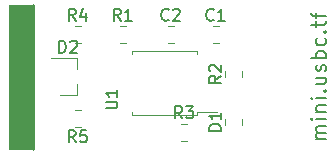
<source format=gbr>
G04 #@! TF.GenerationSoftware,KiCad,Pcbnew,(5.1.2-1)-1*
G04 #@! TF.CreationDate,2019-10-20T00:54:40-06:00*
G04 #@! TF.ProjectId,usb-target,7573622d-7461-4726-9765-742e6b696361,rev?*
G04 #@! TF.SameCoordinates,Original*
G04 #@! TF.FileFunction,Legend,Top*
G04 #@! TF.FilePolarity,Positive*
%FSLAX46Y46*%
G04 Gerber Fmt 4.6, Leading zero omitted, Abs format (unit mm)*
G04 Created by KiCad (PCBNEW (5.1.2-1)-1) date 2019-10-20 00:54:40*
%MOMM*%
%LPD*%
G04 APERTURE LIST*
%ADD10C,0.100000*%
%ADD11C,0.150000*%
%ADD12C,0.120000*%
%ADD13C,0.254000*%
G04 APERTURE END LIST*
D10*
G36*
X69088000Y-92710000D02*
G01*
X67056000Y-92710000D01*
X67056000Y-80518000D01*
X69088000Y-80518000D01*
X69088000Y-92710000D01*
G37*
X69088000Y-92710000D02*
X67056000Y-92710000D01*
X67056000Y-80518000D01*
X69088000Y-80518000D01*
X69088000Y-92710000D01*
D11*
X93919523Y-91875428D02*
X93072857Y-91875428D01*
X93193809Y-91875428D02*
X93133333Y-91814952D01*
X93072857Y-91694000D01*
X93072857Y-91512571D01*
X93133333Y-91391619D01*
X93254285Y-91331142D01*
X93919523Y-91331142D01*
X93254285Y-91331142D02*
X93133333Y-91270666D01*
X93072857Y-91149714D01*
X93072857Y-90968285D01*
X93133333Y-90847333D01*
X93254285Y-90786857D01*
X93919523Y-90786857D01*
X93919523Y-90182095D02*
X93072857Y-90182095D01*
X92649523Y-90182095D02*
X92710000Y-90242571D01*
X92770476Y-90182095D01*
X92710000Y-90121619D01*
X92649523Y-90182095D01*
X92770476Y-90182095D01*
X93072857Y-89577333D02*
X93919523Y-89577333D01*
X93193809Y-89577333D02*
X93133333Y-89516857D01*
X93072857Y-89395904D01*
X93072857Y-89214476D01*
X93133333Y-89093523D01*
X93254285Y-89033047D01*
X93919523Y-89033047D01*
X93919523Y-88428285D02*
X93072857Y-88428285D01*
X92649523Y-88428285D02*
X92710000Y-88488761D01*
X92770476Y-88428285D01*
X92710000Y-88367809D01*
X92649523Y-88428285D01*
X92770476Y-88428285D01*
X93798571Y-87823523D02*
X93859047Y-87763047D01*
X93919523Y-87823523D01*
X93859047Y-87884000D01*
X93798571Y-87823523D01*
X93919523Y-87823523D01*
X93072857Y-86674476D02*
X93919523Y-86674476D01*
X93072857Y-87218761D02*
X93738095Y-87218761D01*
X93859047Y-87158285D01*
X93919523Y-87037333D01*
X93919523Y-86855904D01*
X93859047Y-86734952D01*
X93798571Y-86674476D01*
X93859047Y-86130190D02*
X93919523Y-86009238D01*
X93919523Y-85767333D01*
X93859047Y-85646380D01*
X93738095Y-85585904D01*
X93677619Y-85585904D01*
X93556666Y-85646380D01*
X93496190Y-85767333D01*
X93496190Y-85948761D01*
X93435714Y-86069714D01*
X93314761Y-86130190D01*
X93254285Y-86130190D01*
X93133333Y-86069714D01*
X93072857Y-85948761D01*
X93072857Y-85767333D01*
X93133333Y-85646380D01*
X93919523Y-85041619D02*
X92649523Y-85041619D01*
X93133333Y-85041619D02*
X93072857Y-84920666D01*
X93072857Y-84678761D01*
X93133333Y-84557809D01*
X93193809Y-84497333D01*
X93314761Y-84436857D01*
X93677619Y-84436857D01*
X93798571Y-84497333D01*
X93859047Y-84557809D01*
X93919523Y-84678761D01*
X93919523Y-84920666D01*
X93859047Y-85041619D01*
X93859047Y-83348285D02*
X93919523Y-83469238D01*
X93919523Y-83711142D01*
X93859047Y-83832095D01*
X93798571Y-83892571D01*
X93677619Y-83953047D01*
X93314761Y-83953047D01*
X93193809Y-83892571D01*
X93133333Y-83832095D01*
X93072857Y-83711142D01*
X93072857Y-83469238D01*
X93133333Y-83348285D01*
X93798571Y-82804000D02*
X93859047Y-82743523D01*
X93919523Y-82804000D01*
X93859047Y-82864476D01*
X93798571Y-82804000D01*
X93919523Y-82804000D01*
X93072857Y-82380666D02*
X93072857Y-81896857D01*
X92649523Y-82199238D02*
X93738095Y-82199238D01*
X93859047Y-82138761D01*
X93919523Y-82017809D01*
X93919523Y-81896857D01*
X93072857Y-81654952D02*
X93072857Y-81171142D01*
X93919523Y-81473523D02*
X92830952Y-81473523D01*
X92710000Y-81413047D01*
X92649523Y-81292095D01*
X92649523Y-81171142D01*
D12*
X69088000Y-80518000D02*
X69088000Y-80645000D01*
D13*
X69088000Y-92710000D02*
X69088000Y-80518000D01*
D12*
X82989000Y-89587000D02*
X84664000Y-89587000D01*
X82989000Y-89847000D02*
X82989000Y-89587000D01*
X80264000Y-89847000D02*
X82989000Y-89847000D01*
X77539000Y-89847000D02*
X77539000Y-89587000D01*
X80264000Y-89847000D02*
X77539000Y-89847000D01*
X82989000Y-84397000D02*
X82989000Y-84657000D01*
X80264000Y-84397000D02*
X82989000Y-84397000D01*
X77539000Y-84397000D02*
X77539000Y-84657000D01*
X80264000Y-84397000D02*
X77539000Y-84397000D01*
X84323422Y-83768000D02*
X84840578Y-83768000D01*
X84323422Y-82348000D02*
X84840578Y-82348000D01*
X81030578Y-82348000D02*
X80513422Y-82348000D01*
X81030578Y-83768000D02*
X80513422Y-83768000D01*
X86816000Y-90165422D02*
X86816000Y-90682578D01*
X85396000Y-90165422D02*
X85396000Y-90682578D01*
X72832500Y-88194000D02*
X72832500Y-87264000D01*
X72832500Y-85034000D02*
X72832500Y-85964000D01*
X72832500Y-85034000D02*
X70672500Y-85034000D01*
X72832500Y-88194000D02*
X71372500Y-88194000D01*
X76966578Y-83768000D02*
X76449422Y-83768000D01*
X76966578Y-82348000D02*
X76449422Y-82348000D01*
X86816000Y-86618578D02*
X86816000Y-86101422D01*
X85396000Y-86618578D02*
X85396000Y-86101422D01*
X72639422Y-82348000D02*
X73156578Y-82348000D01*
X72639422Y-83768000D02*
X73156578Y-83768000D01*
X72639422Y-90880000D02*
X73156578Y-90880000D01*
X72639422Y-89460000D02*
X73156578Y-89460000D01*
X81656422Y-90603000D02*
X82173578Y-90603000D01*
X81656422Y-92023000D02*
X82173578Y-92023000D01*
D11*
X75271380Y-89280904D02*
X76080904Y-89280904D01*
X76176142Y-89233285D01*
X76223761Y-89185666D01*
X76271380Y-89090428D01*
X76271380Y-88899952D01*
X76223761Y-88804714D01*
X76176142Y-88757095D01*
X76080904Y-88709476D01*
X75271380Y-88709476D01*
X76271380Y-87709476D02*
X76271380Y-88280904D01*
X76271380Y-87995190D02*
X75271380Y-87995190D01*
X75414238Y-88090428D01*
X75509476Y-88185666D01*
X75557095Y-88280904D01*
X84415333Y-81765142D02*
X84367714Y-81812761D01*
X84224857Y-81860380D01*
X84129619Y-81860380D01*
X83986761Y-81812761D01*
X83891523Y-81717523D01*
X83843904Y-81622285D01*
X83796285Y-81431809D01*
X83796285Y-81288952D01*
X83843904Y-81098476D01*
X83891523Y-81003238D01*
X83986761Y-80908000D01*
X84129619Y-80860380D01*
X84224857Y-80860380D01*
X84367714Y-80908000D01*
X84415333Y-80955619D01*
X85367714Y-81860380D02*
X84796285Y-81860380D01*
X85082000Y-81860380D02*
X85082000Y-80860380D01*
X84986761Y-81003238D01*
X84891523Y-81098476D01*
X84796285Y-81146095D01*
X80605333Y-81764142D02*
X80557714Y-81811761D01*
X80414857Y-81859380D01*
X80319619Y-81859380D01*
X80176761Y-81811761D01*
X80081523Y-81716523D01*
X80033904Y-81621285D01*
X79986285Y-81430809D01*
X79986285Y-81287952D01*
X80033904Y-81097476D01*
X80081523Y-81002238D01*
X80176761Y-80907000D01*
X80319619Y-80859380D01*
X80414857Y-80859380D01*
X80557714Y-80907000D01*
X80605333Y-80954619D01*
X80986285Y-80954619D02*
X81033904Y-80907000D01*
X81129142Y-80859380D01*
X81367238Y-80859380D01*
X81462476Y-80907000D01*
X81510095Y-80954619D01*
X81557714Y-81049857D01*
X81557714Y-81145095D01*
X81510095Y-81287952D01*
X80938666Y-81859380D01*
X81557714Y-81859380D01*
X85034380Y-91162095D02*
X84034380Y-91162095D01*
X84034380Y-90924000D01*
X84082000Y-90781142D01*
X84177238Y-90685904D01*
X84272476Y-90638285D01*
X84462952Y-90590666D01*
X84605809Y-90590666D01*
X84796285Y-90638285D01*
X84891523Y-90685904D01*
X84986761Y-90781142D01*
X85034380Y-90924000D01*
X85034380Y-91162095D01*
X85034380Y-89638285D02*
X85034380Y-90209714D01*
X85034380Y-89924000D02*
X84034380Y-89924000D01*
X84177238Y-90019238D01*
X84272476Y-90114476D01*
X84320095Y-90209714D01*
X71334404Y-84566380D02*
X71334404Y-83566380D01*
X71572500Y-83566380D01*
X71715357Y-83614000D01*
X71810595Y-83709238D01*
X71858214Y-83804476D01*
X71905833Y-83994952D01*
X71905833Y-84137809D01*
X71858214Y-84328285D01*
X71810595Y-84423523D01*
X71715357Y-84518761D01*
X71572500Y-84566380D01*
X71334404Y-84566380D01*
X72286785Y-83661619D02*
X72334404Y-83614000D01*
X72429642Y-83566380D01*
X72667738Y-83566380D01*
X72762976Y-83614000D01*
X72810595Y-83661619D01*
X72858214Y-83756857D01*
X72858214Y-83852095D01*
X72810595Y-83994952D01*
X72239166Y-84566380D01*
X72858214Y-84566380D01*
X76541333Y-81859380D02*
X76208000Y-81383190D01*
X75969904Y-81859380D02*
X75969904Y-80859380D01*
X76350857Y-80859380D01*
X76446095Y-80907000D01*
X76493714Y-80954619D01*
X76541333Y-81049857D01*
X76541333Y-81192714D01*
X76493714Y-81287952D01*
X76446095Y-81335571D01*
X76350857Y-81383190D01*
X75969904Y-81383190D01*
X77493714Y-81859380D02*
X76922285Y-81859380D01*
X77208000Y-81859380D02*
X77208000Y-80859380D01*
X77112761Y-81002238D01*
X77017523Y-81097476D01*
X76922285Y-81145095D01*
X85034380Y-86526666D02*
X84558190Y-86860000D01*
X85034380Y-87098095D02*
X84034380Y-87098095D01*
X84034380Y-86717142D01*
X84082000Y-86621904D01*
X84129619Y-86574285D01*
X84224857Y-86526666D01*
X84367714Y-86526666D01*
X84462952Y-86574285D01*
X84510571Y-86621904D01*
X84558190Y-86717142D01*
X84558190Y-87098095D01*
X84129619Y-86145714D02*
X84082000Y-86098095D01*
X84034380Y-86002857D01*
X84034380Y-85764761D01*
X84082000Y-85669523D01*
X84129619Y-85621904D01*
X84224857Y-85574285D01*
X84320095Y-85574285D01*
X84462952Y-85621904D01*
X85034380Y-86193333D01*
X85034380Y-85574285D01*
X72731333Y-81860380D02*
X72398000Y-81384190D01*
X72159904Y-81860380D02*
X72159904Y-80860380D01*
X72540857Y-80860380D01*
X72636095Y-80908000D01*
X72683714Y-80955619D01*
X72731333Y-81050857D01*
X72731333Y-81193714D01*
X72683714Y-81288952D01*
X72636095Y-81336571D01*
X72540857Y-81384190D01*
X72159904Y-81384190D01*
X73588476Y-81193714D02*
X73588476Y-81860380D01*
X73350380Y-80812761D02*
X73112285Y-81527047D01*
X73731333Y-81527047D01*
X72731333Y-92146380D02*
X72398000Y-91670190D01*
X72159904Y-92146380D02*
X72159904Y-91146380D01*
X72540857Y-91146380D01*
X72636095Y-91194000D01*
X72683714Y-91241619D01*
X72731333Y-91336857D01*
X72731333Y-91479714D01*
X72683714Y-91574952D01*
X72636095Y-91622571D01*
X72540857Y-91670190D01*
X72159904Y-91670190D01*
X73636095Y-91146380D02*
X73159904Y-91146380D01*
X73112285Y-91622571D01*
X73159904Y-91574952D01*
X73255142Y-91527333D01*
X73493238Y-91527333D01*
X73588476Y-91574952D01*
X73636095Y-91622571D01*
X73683714Y-91717809D01*
X73683714Y-91955904D01*
X73636095Y-92051142D01*
X73588476Y-92098761D01*
X73493238Y-92146380D01*
X73255142Y-92146380D01*
X73159904Y-92098761D01*
X73112285Y-92051142D01*
X81748333Y-90115380D02*
X81415000Y-89639190D01*
X81176904Y-90115380D02*
X81176904Y-89115380D01*
X81557857Y-89115380D01*
X81653095Y-89163000D01*
X81700714Y-89210619D01*
X81748333Y-89305857D01*
X81748333Y-89448714D01*
X81700714Y-89543952D01*
X81653095Y-89591571D01*
X81557857Y-89639190D01*
X81176904Y-89639190D01*
X82081666Y-89115380D02*
X82700714Y-89115380D01*
X82367380Y-89496333D01*
X82510238Y-89496333D01*
X82605476Y-89543952D01*
X82653095Y-89591571D01*
X82700714Y-89686809D01*
X82700714Y-89924904D01*
X82653095Y-90020142D01*
X82605476Y-90067761D01*
X82510238Y-90115380D01*
X82224523Y-90115380D01*
X82129285Y-90067761D01*
X82081666Y-90020142D01*
M02*

</source>
